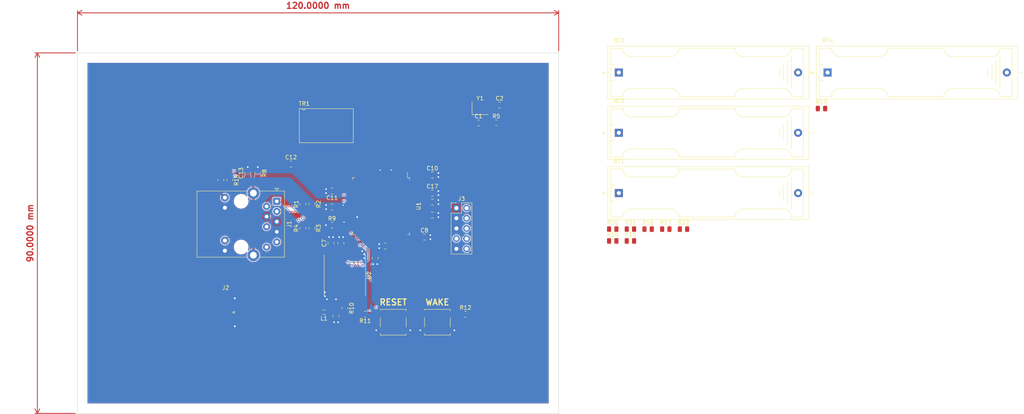
<source format=kicad_pcb>
(kicad_pcb (version 20211014) (generator pcbnew)
  (layers (0 "F.Cu" signal) (31 "B.Cu" signal) (34 "B.Paste" user) (35 "F.Paste" user) (36 "B.SilkS" user "B.Silkscreen") (37 "F.SilkS" user "F.Silkscreen") (38 "B.Mask" user) (39 "F.Mask" user) (44 "Edge.Cuts" user))
  (net 0 "")
  (net 1 "Net-(J1-Pad1)")
  (net 2 "Net-(J1-Pad2)")
  (net 3 "Net-(J1-Pad3)")
  (net 4 "+3V3")
  (net 5 "Net-(J1-Pad6)")
  (net 6 "GND")
  (net 55 "Net-(J3-Pad2)")
  (net 56 "gPPS")
  (net 57 "gTX")
  (net 58 "gRX")
  (net 61 "Net-(U1-Pad88)")
  (net 62 "Net-(C13-Pad1)")
  (net 63 "Net-(C15-Pad1)")
  (net 64 "Net-(J2-Pad1)")
  (net 65 "Net-(C14-Pad1)")
  (net 66 "Net-(J3-Pad4)")
  (net 67 "Net-(J3-Pad6)")
  (net 68 "Net-(U1-Pad74)")
  (net 69 "Net-(U1-Pad73)")
  (net 70 "Net-(J3-Pad8)")
  (net 71 "ePPS")
  (net 73 "Net-(R9-Pad2)")
  (net 74 "~{RST}")
  (net 75 "~{WAKE}")
  (net 76 "Net-(R10-Pad1)")
  (net 77 "Net-(J1-Pad11)")
  (net 78 "Net-(J1-Pad13)")
  (net 79 "ETH_LED0")
  (net 80 "ETH_LED1")
  (net 87 "Net-(BT1-Pad1)")
  (net 88 "Net-(BT2-Pad1)")
  (net 89 "Net-(BT3-Pad1)")
  (net 90 "Net-(BT4-Pad1)")
  (net 91 "Net-(C2-Pad2)")
  (net 92 "Net-(U1-Pad89)")
  (net 93 "Net-(U1-Pad15)")
  (net 94 "Net-(U1-Pad14)")
  (net 95 "Net-(U1-Pad13)")
  (net 96 "Net-(U1-Pad12)")
  (footprint "Capacitor_SMD:C_0805_2012Metric" (layer "F.Cu") (at 138.5 87.25)
    (fp_text reference "C16" hide)
    (fp_text value "100n" hide)
  )
  (footprint "Connector_Coaxial:SMA_Molex_73251-2120_EdgeMount_Horizontal" (layer "F.Cu") (at 86.25 114.7575 180)
    (fp_text reference "J2")
    (fp_text value "Conn_Coaxial")
  )
  (footprint "Resistor_SMD:R_0805_2012Metric" (layer "F.Cu") (at 106.215 93.7575 90)
    (fp_text reference "R4")
    (fp_text value "49.9" hide)
  )
  (footprint "Resistor_SMD:R_0805_2012Metric" (layer "F.Cu") (at 154.43 67.47)
    (fp_text reference "R5")
    (fp_text value "2k")
  )
  (footprint "Resistor_SMD:R_0805_2012Metric" (layer "F.Cu") (at 201.12 94)
    (fp_text reference "R22")
    (fp_text value "330k")
  )
  (footprint "Capacitor_SMD:C_0805_2012Metric" (layer "F.Cu") (at 150 67.5)
    (fp_text reference "C1")
    (fp_text value "12p")
  )
  (footprint "Button_Switch_SMD:SW_Push_1P1T_NO_CK_KSC7xxJ" (layer "F.Cu") (at 139.75 117.25 180)
    (fp_text reference "SW2" hide)
    (fp_text value "KSC701" hide)
  )
  (footprint "Capacitor_SMD:C_0805_2012Metric" (layer "F.Cu") (at 138.5 90.5)
    (fp_text reference "C9" hide)
    (fp_text value "100n")
  )
  (footprint "Inductor_SMD:L_0805_2012Metric" (layer "F.Cu") (at 111.465 114.7575 180)
    (fp_text reference "L1")
    (fp_text value "27n")
  )
  (footprint "Resistor_SMD:R_0805_2012Metric" (layer "F.Cu") (at 183.48 96.95)
    (fp_text reference "R18")
    (fp_text value "110k")
  )
  (footprint "Capacitor_SMD:C_0805_2012Metric" (layer "F.Cu") (at 124.25 101.25 -90)
    (fp_text reference "C4" hide)
    (fp_text value "100n" hide)
  )
  (footprint "Resistor_SMD:R_0805_2012Metric" (layer "F.Cu") (at 106.215 87.7575 90)
    (fp_text reference "R1")
    (fp_text value "49.9" hide)
  )
  (footprint "Battery:BatteryHolder_Keystone_2466_1xAAA" (layer "F.Cu") (at 185 85)
    (fp_text reference "BT1")
    (fp_text value "NiMH")
  )
  (footprint "Resistor_SMD:R_0805_2012Metric" (layer "F.Cu") (at 121.75 115.25 180)
    (fp_text reference "R11")
    (fp_text value "10k")
  )
  (footprint "Resistor_SMD:R_0805_2012Metric" (layer "F.Cu") (at 187.89 96.95)
    (fp_text reference "R15")
    (fp_text value "110k")
  )
  (footprint "Battery:BatteryHolder_Keystone_2466_1xAAA" (layer "F.Cu") (at 185 54.9)
    (fp_text reference "BT2")
    (fp_text value "NiMH")
  )
  (footprint "Capacitor_SMD:C_0805_2012Metric" (layer "F.Cu") (at 138.5 80.5)
    (fp_text reference "C10")
    (fp_text value "100n" hide)
  )
  (footprint "Resistor_SMD:R_0805_2012Metric" (layer "F.Cu") (at 146.75 115.25)
    (fp_text reference "R12")
    (fp_text value "10k")
  )
  (footprint "Resistor_SMD:R_0805_2012Metric" (layer "F.Cu") (at 108.465 87.7575 -90)
    (fp_text reference "R2")
    (fp_text value "49.9" hide)
  )
  (footprint "Resistor_SMD:R_0805_2012Metric" (layer "F.Cu") (at 88 81.75 -90)
    (fp_text reference "R14")
    (fp_text value "330" hide)
  )
  (footprint "Capacitor_SMD:C_0805_2012Metric" (layer "F.Cu") (at 136.5 96)
    (fp_text reference "C8")
    (fp_text value "100n")
  )
  (footprint "Transformer_SMD:Transformer_Wuerth_750315371" (layer "F.Cu") (at 112.055 68.175)
    (fp_text reference "TR1")
    (fp_text value "Wuerth_750315371")
  )
  (footprint "Crystal:Crystal_SMD_3225-4Pin_3.2x2.5mm" (layer "F.Cu") (at 150.4 63.77)
    (fp_text reference "Y1")
    (fp_text value "NX3225GA-25.000M-STD-CRG-2")
  )
  (footprint "Resistor_SMD:R_0805_2012Metric" (layer "F.Cu") (at 196.71 94)
    (fp_text reference "R17")
    (fp_text value "110k")
  )
  (footprint "Resistor_SMD:R_0805_2012Metric" (layer "F.Cu") (at 183.48 94)
    (fp_text reference "R20")
    (fp_text value "330k")
  )
  (footprint "Resistor_SMD:R_0805_2012Metric" (layer "F.Cu") (at 108.465 93.7575 -90)
    (fp_text reference "R3")
    (fp_text value "49.9" hide)
  )
  (footprint "Capacitor_SMD:C_0805_2012Metric" (layer "F.Cu") (at 113.215 97.5075 90)
    (fp_text reference "C7")
    (fp_text value "100n" hide)
  )
  (footprint "Connector_RJ:RJ45_Abracon_ARJP11A-MA_Horizontal" (layer "F.Cu") (at 99.71 87.0475 -90)
    (fp_text reference "J1")
    (fp_text value "RJ45_Abracon_ARJP11A-MASA-B-A-EMU2")
  )
  (footprint "Resistor_SMD:R_0805_2012Metric" (layer "F.Cu") (at 113.465 93.0075)
    (fp_text reference "R9")
    (fp_text value "4.87k")
  )
  (footprint "Button_Switch_SMD:SW_Push_1P1T_NO_CK_KSC7xxJ" (layer "F.Cu") (at 128.75 117.25 180)
    (fp_text reference "SW1" hide)
    (fp_text value "KSC701" hide)
  )
  (footprint "Capacitor_SMD:C_0805_2012Metric" (layer "F.Cu") (at 115.715 97.5075 90)
    (fp_text reference "C5" hide)
    (fp_text value "100n")
  )
  (footprint "Capacitor_SMD:C_0805_2012Metric" (layer "F.Cu") (at 103.25 77.74)
    (fp_text reference "C12")
    (fp_text value "100n")
  )
  (footprint "Capacitor_SMD:C_0805_2012Metric" (layer "F.Cu") (at 126.75 98.25 180)
    (fp_text reference "C15" hide)
    (fp_text value "100n" hide)
  )
  (footprint "Resistor_SMD:R_0805_2012Metric" (layer "F.Cu") (at 187.89 94)
    (fp_text reference "R21")
    (fp_text value "330k")
  )
  (footprint "Capacitor_SMD:C_0805_2012Metric" (layer "F.Cu") (at 113.5 84.5 180)
    (fp_text reference "C11")
    (fp_text value "100n" hide)
  )
  (footprint "Package_QFP:LQFP-128_14x14mm_P0.4mm" (layer "F.Cu") (at 125.715 88.2575 -90)
    (fp_text reference "U1")
    (fp_text value "MSP432E401Y" hide)
  )
  (footprint "Connector_PinHeader_2.54mm:PinHeader_2x05_P2.54mm_Vertical" (layer "F.Cu") (at 144.5 88.75)
    (fp_text reference "J3")
    (fp_text value "JTAG")
  )
  (footprint "Resistor_SMD:R_0805_2012Metric" (layer "F.Cu") (at 192.3 94)
    (fp_text reference "R16")
    (fp_text value "110k")
  )
  (footprint "RF_GPS:ublox_MAX" (layer "F.Cu") (at 116.665 105.5075 -90)
    (fp_text reference "U2")
    (fp_text value "MAX-8Q")
  )
  (footprint "Capacitor_SMD:C_0805_2012Metric" (layer "F.Cu") (at 138.5 85)
    (fp_text reference "C17")
    (fp_text value "2.7u" hide)
  )
  (footprint "Resistor_SMD:R_0805_2012Metric" (layer "F.Cu") (at 94.965 80.0075 -90)
    (fp_text reference "R8")
    (fp_text value "1M" hide)
  )
  (footprint "Battery:BatteryHolder_Keystone_2466_1xAAA" (layer "F.Cu") (at 185 69.95)
    (fp_text reference "BT3")
    (fp_text value "NiMH")
  )
  (footprint "Capacitor_SMD:C_0805_2012Metric" (layer "F.Cu") (at 114.465 115.7575 -90)
    (fp_text reference "C14" hide)
    (fp_text value "10n" hide)
  )
  (footprint "Capacitor_SMD:C_0805_2012Metric" (layer "F.Cu") (at 155.25 63.05)
    (fp_text reference "C2")
    (fp_text value "12p")
  )
  (footprint "Capacitor_SMD:C_0805_2012Metric" (layer "F.Cu") (at 92.465 80.0075 90)
    (fp_text reference "C13")
    (fp_text value "4.7n" hide)
  )
  (footprint "Battery:BatteryHolder_Keystone_2466_1xAAA" (layer "F.Cu") (at 237.05 54.9)
    (fp_text reference "BT4")
    (fp_text value "NiMH")
  )
  (footprint "Resistor_SMD:R_0805_2012Metric" (layer "F.Cu") (at 235.53 63.9)
    (fp_text reference "R19")
    (fp_text value "330k")
  )
  (footprint "Resistor_SMD:R_0805_2012Metric" (layer "F.Cu") (at 116.715 113.7575 -90)
    (fp_text reference "R10")
    (fp_text value "10" hide)
  )
  (footprint "Capacitor_SMD:C_0805_2012Metric" (layer "F.Cu") (at 113.5 88.5 180)
    (fp_text reference "C6" hide)
    (fp_text value "100n" hide)
  )
  (footprint "Resistor_SMD:R_0805_2012Metric" (layer "F.Cu") (at 85.75 81.75 -90)
    (fp_text reference "R13" hide)
    (fp_text value "330")
  )
  (gr_line (start 50 50) (end 170 50) (layer "Edge.Cuts") (width 0.1))
  (gr_line (start 170 140) (end 50 140) (layer "Edge.Cuts") (width 0.1))
  (gr_line (start 170 50) (end 170 140) (layer "Edge.Cuts") (width 0.1))
  (gr_line (start 50 140) (end 50 50) (layer "Edge.Cuts") (width 0.1))
  (gr_text "RESET" (at 128.75 112.25) (layer "F.SilkS") (effects (font (size 1.5 1.5) (thickness 0.3))))
  (gr_text "WAKE" (at 139.75 112.25) (layer "F.SilkS") (effects (font (size 1.5 1.5) (thickness 0.3))))
  (dimension (type aligned) (layer "F.Cu") (pts (xy 50 50) (xy 170 50)) (height -10) (gr_text "120.0000 mm" (at 110 38.2) (layer "F.Cu") (effects (font (size 1.5 1.5) (thickness 0.3)))) (format (units 3) (units_format 1) (precision 4)) (style (thickness 0.2) (arrow_length 1.27) (text_position_mode 0) (extension_height 0.58642) (extension_offset 0.5) keep_text_aligned))
  (dimension (type aligned) (layer "F.Cu") (pts (xy 50 50) (xy 50 140)) (height 10) (gr_text "90.0000 mm" (at 38.2 95 90) (layer "F.Cu") (effects (font (size 1.5 1.5) (thickness 0.3)))) (format (units 3) (units_format 1) (precision 4)) (style (thickness 0.2) (arrow_length 1.27) (text_position_mode 0) (extension_height 0.58642) (extension_offset 0.5) keep_text_aligned))
  (segment (start 109.00848 93.7575) (end 107.1275 93.7575) (width 0.1524) (layer "F.Cu") (net 1))
  (segment (start 118.0525 91.6575) (end 111.10848 91.6575) (width 0.1524) (layer "F.Cu") (net 1))
  (segment (start 106.215 92.7575) (end 105.215 91.7575) (width 0.1524) (layer "F.Cu") (net 1))
  (segment (start 107.1275 93.7575) (end 106.215 92.845) (width 0.1524) (layer "F.Cu") (net 1))
  (segment (start 106.215 92.845) (end 106.215 92.7575) (width 0.1524) (layer "F.Cu") (net 1))
  (segment (start 111.10848 91.6575) (end 109.00848 93.7575) (width 0.1524) (layer "F.Cu") (net 1))
  (via (at 105.215 91.7575) (size 0.8) (drill 0.4) (layers "F.Cu" "B.Cu") (net 1))
  (segment (start 100.505 87.0475) (end 105.215 91.7575) (width 0.1524) (layer "B.Cu") (net 1))
  (segment (start 99.71 87.0475) (end 100.505 87.0475) (width 0.1524) (layer "B.Cu") (net 1))
  (segment (start 107.8025 92.845) (end 106.215 91.2575) (width 0.1524) (layer "F.Cu") (net 2))
  (segment (start 110.0525 91.2575) (end 108.465 92.845) (width 0.1524) (layer "F.Cu") (net 2))
  (segment (start 118.0525 91.2575) (end 110.0525 91.2575) (width 0.1524) (layer "F.Cu") (net 2))
  (segment (start 108.465 92.845) (end 107.8025 92.845) (width 0.1524) (layer "F.Cu") (net 2))
  (via (at 106.215 91.2575) (size 0.8) (drill 0.4) (layers "F.Cu" "B.Cu") (net 2))
  (segment (start 100.829289 85.871789) (end 106.215 91.2575) (width 0.1524) (layer "B.Cu") (net 2))
  (segment (start 98.342919 85.871789) (end 100.829289 85.871789) (width 0.1524) (layer "B.Cu") (net 2))
  (segment (start 97.17 88.3175) (end 97.17 87.044708) (width 0.1524) (layer "B.Cu") (net 2))
  (segment (start 97.17 87.044708) (end 98.342919 85.871789) (width 0.1524) (layer "B.Cu") (net 2))
  (segment (start 110.2525 90.4575) (end 108.465 88.67) (width 0.1524) (layer "F.Cu") (net 3))
  (segment (start 108.465 88.67) (end 107.5475 89.5875) (width 0.1524) (layer "F.Cu") (net 3))
  (segment (start 118.0525 90.4575) (end 110.2525 90.4575) (width 0.1524) (layer "F.Cu") (net 3))
  (segment (start 107.5475 89.5875) (end 99.71 89.5875) (width 0.1524) (layer "F.Cu") (net 3))
  (segment (start 125.115 95.92) (end 125.09072 95.94428) (width 0.1524) (layer "F.Cu") (net 4))
  (segment (start 98.345711 92.221789) (end 97.17 93.3975) (width 0.1524) (layer "F.Cu") (net 5))
  (segment (start 105.956789 88.411789) (end 99.060711 88.411789) (width 0.1524) (layer "F.Cu") (net 5))
  (segment (start 109.00848 87.7575) (end 107.1275 87.7575) (width 0.1524) (layer "F.Cu") (net 5))
  (segment (start 118.0525 90.0575) (end 111.30848 90.0575) (width 0.1524) (layer "F.Cu") (net 5))
  (segment (start 99.060711 88.411789) (end 98.345711 89.126789) (width 0.1524) (layer "F.Cu") (net 5))
  (segment (start 111.30848 90.0575) (end 109.00848 87.7575) (width 0.1524) (layer "F.Cu") (net 5))
  (segment (start 106.215 88.67) (end 105.956789 88.411789) (width 0.1524) (layer "F.Cu") (net 5))
  (segment (start 107.1275 87.7575) (end 106.215 88.67) (width 0.1524) (layer "F.Cu") (net 5))
  (segment (start 98.345711 89.126789) (end 98.345711 92.221789) (width 0.1524) (layer "F.Cu") (net 5))
  (segment (start 121 99.5) (end 121 100.6925) (width 0.508) (layer "F.Cu") (net 6))
  (segment (start 121 100.6925) (end 121.065 100.7575) (width 0.508) (layer "F.Cu") (net 6))
  (segment (start 112.265 110.2575) (end 112.265 111.4575) (width 0.508) (layer "F.Cu") (net 6))
  (segment (start 116.3075 88.0575) (end 116.25 88) (width 0.1524) (layer "F.Cu") (net 6))
  (segment (start 128.315 80.595) (end 128.315 79.315) (width 0.1524) (layer "F.Cu") (net 6))
  (segment (start 114.465 110.2575) (end 114.465 111.5075) (width 0.508) (layer "F.Cu") (net 6))
  (segment (start 125.515 95.92) (end 125.515 97.485) (width 0.1524) (layer "F.Cu") (net 6))
  (segment (start 134.9075 87.6575) (end 135 87.75) (width 0.1524) (layer "F.Cu") (net 6))
  (segment (start 119.1075 90.8575) (end 119.25 91) (width 0.508) (layer "F.Cu") (net 6))
  (segment (start 125.515 97.485) (end 125.25 97.75) (width 0.1524) (layer "F.Cu") (net 6))
  (segment (start 118.0525 92.0575) (end 116.665 92.0575) (width 0.1524) (layer "F.Cu") (net 6))
  (segment (start 119.25 91) (end 119.75 91) (width 0.508) (layer "F.Cu") (net 6))
  (segment (start 121.065 100.7575) (end 121.165 100.7575) (width 0.508) (layer "F.Cu") (net 6))
  (segment (start 118.0525 90.8575) (end 119.1075 90.8575) (width 0.1524) (layer "F.Cu") (net 6))
  (segment (start 128.315 79.315) (end 128.25 79.25) (width 0.1524) (layer "F.Cu") (net 6))
  (segment (start 112.265 110.2575) (end 112.215 110.2575) (width 0.508) (layer "F.Cu") (net 6))
  (segment (start 116.665 92.0575) (end 116.465 92.2575) (width 0.1524) (layer "F.Cu") (net 6))
  (segment (start 125.515 80.595) (end 125.515 79.265) (width 0.1524) (layer "F.Cu") (net 6))
  (segment (start 133.3775 87.6575) (end 134.9075 87.6575) (width 0.1524) (layer "F.Cu") (net 6))
  (segment (start 118.0525 88.0575) (end 116.3075 88.0575) (width 0.1524) (layer "F.Cu") (net 6))
  (segment (start 125.515 79.265) (end 125.5 79.25) (width 0.1524) (layer "F.Cu") (net 6))
  (segment (start 112.265 111.4575) (end 112.215 111.5075) (width 0.508) (layer "F.Cu") (net 6))
  (via (at 140 90) (size 0.8) (drill 0.4) (layers "F.Cu" "B.Cu") (net 6))
  (via (at 112 88) (size 0.8) (drill 0.4) (layers "F.Cu" "B.Cu") (net 6))
  (via (at 115.25 96) (size 0.8) (drill 0.4) (layers "F.Cu" "B.Cu") (net 6))
  (via (at 111.965 93.0075) (size 0.8) (drill 0.4) (layers "F.Cu" "B.Cu") (net 6))
  (via (at 92.465 78.5075) (size 0.8) (drill 0.4) (layers "F.Cu" "B.Cu") (net 6))
  (via (at 128.25 79.25) (size 0.6) (drill 0.3) (layers "F.Cu" "B.Cu") (net 6))
  (via (at 121.5 101.25) (size 0.8) (drill 0.4) (layers "F.Cu" "B.Cu") (net 6))
  (via (at 111.715 109.7575) (size 0.8) (drill 0.4) (layers "F.Cu" "B.Cu") (net 6))
  (via (at 119.75 91) (size 0.8) (drill 0.4) (layers "F.Cu" "B.Cu") (net 6))
  (via (at 124.5 119.25) (size 0.8) (drill 0.4) (layers "F.Cu" "B.Cu") (net 6))
  (via (at 138 95.5) (size 0.8) (drill 0.4) (layers "F.Cu" "B.Cu") (net 6))
  (via (at 112 85) (size 0.8) (drill 0.4) (layers "F.Cu" "B.Cu") (net 6))
  (via (at 140 81) (size 0.8) (drill 0.4) (layers "F.Cu" "B.Cu") (net 6))
  (via (at 94.965 78.5075) (size 0.8) (drill 0.4) (layers "F.Cu" "B.Cu") (net 6))
  (via (at 125.25 97.75) (size 0.8) (drill 0.4) (layers "F.Cu" "B.Cu") (net 6))
  (via (at 115 117.25) (size 0.8) (drill 0.4) (layers "F.Cu" "B.Cu") (net 6))
  (via (at 133 119.25) (size 0.8) (drill 0.4) (layers "F.Cu" "B.Cu") (net 6))
  (via (at 116.465 92.2575) (size 0.6) (drill 0.3) (layers "F.Cu" "B.Cu") (net 6))
  (via (at 114 117.25) (size 0.8) (drill 0.4) (layers "F.Cu" "B.Cu") (net 6))
  (via (at 114.465 111.5075) (size 0.8) (drill 0.4) (layers "F.Cu" "B.Cu") (net 6))
  (via (at 112.215 111.5075) (size 0.8) (drill 0.4) (layers "F.Cu" "B.Cu") (net 6))
  (via (at 123.75 102.7425) (size 0.8) (drill 0.4) (layers "F.Cu" "B.Cu") (net 6))
  (via (at 112.75 96) (size 0.8) (drill 0.4) (layers "F.Cu" "B.Cu") (net 6))
  (via (at 140 87.75) (size 0.8) (drill 0.4) (layers "F.Cu" "B.Cu") (net 6))
  (via (at 112 84) (size 0.8) (drill 0.4) (layers "F.Cu" "B.Cu") (net 6))
  (via (at 121.5 100.25) (size 0.8) (drill 0.4) (layers "F.Cu" "B.Cu") (net 6))
  (via (at 135 87.75) (size 0.6) (drill 0.3) (layers "F.Cu" "B.Cu") (net 6))
  (via (at 125.25 98.75) (size 0.8) (drill 0.4) (layers "F.Cu" "B.Cu") (net 6))
  (via (at 111.715 110.7575) (size 0.8) (drill 0.4) (layers "F.Cu" "B.Cu") (net 6))
  (via (at 121 99.5) (size 0.8) (drill 0.4) (layers "F.Cu" "B.Cu") (net 6))
  (via (at 140 91) (size 0.8) (drill 0.4) (layers "F.Cu" "B.Cu") (net 6))
  (via (at 138 96.5) (size 0.8) (drill 0.4) (layers "F.Cu" "B.Cu") (net 6))
  (via (at 140 86.75) (size 0.8) (drill 0.4) (layers "F.Cu" "B.Cu") (net 6))
  (via (at 140 80) (size 0.8) (drill 0.4) (layers "F.Cu" "B.Cu") (net 6))
  (via (at 124.75 102.7425) (size 0.8) (drill 0.4) (layers "F.Cu" "B.Cu") (net 6))
  (via (at 135.5 119.25) (size 0.8) (drill 0.4) (layers "F.Cu" "B.Cu") (net 6))
  (via (at 125.5 79.25) (size 0.6) (drill 0.3) (layers "F.Cu" "B.Cu") (net 6))
  (via (at 112 89) (size 0.8) (drill 0.4) (layers "F.Cu" "B.Cu") (net 6))
  (via (at 140 84.5) (size 0.8) (drill 0.4) (layers "F.Cu" "B.Cu") (net 6))
  (via (at 140 85.5) (size 0.8) (drill 0.4) (layers "F.Cu" "B.Cu") (net 6))
  (via (at 116.25 88) (size 0.6) (drill 0.3) (layers "F.Cu" "B.Cu") (net 6))
  (via (at 116.25 96) (size 0.8) (drill 0.4) (layers "F.Cu" "B.Cu") (net 6))
  (via (at 144 119.25) (size 0.8) (drill 0.4) (layers "F.Cu" "B.Cu") (net 6))
  (via (at 113.75 96) (size 0.8) (drill 0.4) (layers "F.Cu" "B.Cu") (net 6))
  (segment (start 147.493786 92.428211) (end 148.165711 91.756286) (width 0.1524) (layer "F.Cu") (net 55))
  (segment (start 148.165711 89.875711) (end 147.04 88.75) (width 0.1524) (layer "F.Cu") (net 55))
  (segment (start 148.165711 91.756286) (end 148.165711 89.875711) (width 0.1524) (layer "F.Cu") (net 55))
  (segment (start 133.3775 93.6575) (end 143.043003 93.6575) (width 0.1524) (layer "F.Cu") (net 55))
  (segment (start 143.043003 93.6575) (end 144.272292 92.428211) (width 0.1524) (layer "F.Cu") (net 55))
  (segment (start 144.272292 92.428211) (end 147.493786 92.428211) (width 0.1524) (layer "F.Cu") (net 55))
  (segment (start 120.209399 99.2575) (end 121.915 97.551899) (width 0.1524) (layer "F.Cu") (net 56))
  (segment (start 121.915 97.551899) (end 121.915 95.92) (width 0.1524) (layer "F.Cu") (net 56))
  (segment (start 117.765 99.7075) (end 118.215 99.2575) (width 0.1524) (layer "F.Cu") (net 56))
  (segment (start 118.215 99.2575) (end 120.209399 99.2575) (width 0.1524) (layer "F.Cu") (net 56))
  (segment (start 117.765 100.7575) (end 117.765 99.7075) (width 0.1524) (layer "F.Cu") (net 56))
  (segment (start 134.465 97.2575) (end 136.715 99.5075) (width 0.1524) (layer "F.Cu") (net 57))
  (segment (start 136.715 99.5075) (end 136.715 106.5075) (width 0.1524) (layer "F.Cu") (net 57))
  (segment (start 132.054363 97.2575) (end 134.465 97.2575) (width 0.1524) (layer "F.Cu") (net 57))
  (segment (start 131.515 95.92) (end 131.515 96.718137) (width 0.1524) (layer "F.Cu") (net 57))
  (segment (start 134.715 108.5075) (end 125.465 108.5075) (width 0.1524) (layer "F.Cu") (net 57))
  (segment (start 119.965 103.0075) (end 119.965 100.7575) (width 0.1524) (layer "F.Cu") (net 57))
  (segment (start 125.465 108.5075) (end 119.965 103.0075) (width 0.1524) (layer "F.Cu") (net 57))
  (segment (start 136.715 106.5075) (end 134.715 108.5075) (width 0.1524) (layer "F.Cu") (net 57))
  (segment (start 131.515 96.718137) (end 132.054363 97.2575) (width 0.1524) (layer "F.Cu") (net 57))
  (segment (start 137.06692 99.36173) (end 137.06692 106.65327) (width 0.1524) (layer "F.Cu") (net 58))
  (segment (start 125.31923 108.85942) (end 118.865 102.40519) (width 0.1524) (layer "F.Cu") (net 58))
  (segment (start 131.915 95.92) (end 131.915 96.620447) (width 0.1524) (layer "F.Cu") (net 58))
  (segment (start 134.86077 108.85942) (end 125.31923 108.85942) (width 0.1524) (layer "F.Cu") (net 58))
  (segment (start 137.06692 106.65327) (end 134.86077 108.85942) (width 0.1524) (layer "F.Cu") (net 58))
  (segment (start 118.865 102.40519) (end 118.865 100.7575) (width 0.1524) (layer "F.Cu") (net 58))
  (segment (start 131.915 96.620447) (end 132.200133 96.90558) (width 0.1524) (layer "F.Cu") (net 58))
  (segment (start 132.200133 96.90558) (end 134.61077 96.90558) (width 0.1524) (layer "F.Cu") (net 58))
  (segment (start 134.61077 96.90558) (end 137.06692 99.36173) (width 0.1524) (layer "F.Cu") (net 58))
  (segment (start 93.87 85.0075) (end 93.87 82.3625) (width 0.508) (layer "F.Cu") (net 62))
  (segment (start 93.87 85.0075) (end 93.87 100.5075) (width 0.508) (layer "F.Cu") (net 62))
  (segment (start 93.87 82.3625) (end 93.87 82.015) (width 0.508) (layer "F.Cu") (net 62))
  (segment (start 93.87 82.015) (end 94.965 80.92) (width 0.508) (layer "F.Cu") (net 62))
  (segment (start 93.87 82.3625) (end 92.465 80.9575) (width 0.508) (layer "F.Cu") (net 62))
  (segment (start 133.3775 87.2575) (end 134.4925 87.2575) (width 0.1524) (layer "F.Cu") (net 63))
  (segment (start 128.315 95.92) (end 128.315 94.685) (width 0.1524) (layer "F.Cu") (net 63))
  (segment (start 137.55 85) (end 137.55 87.25) (width 0.508) (layer "F.Cu") (net 63))
  (segment (start 128.315 91.185) (end 132.25 87.25) (width 0.508) (layer "F.Cu") (net 63))
  (segment (start 137.55 87.25) (end 137.296489 86.996489) (width 0.508) (layer "F.Cu") (net 63))
  (segment (start 134.4925 87.2575) (end 134.75 87) (width 0.1524) (layer "F.Cu") (net 63))
  (segment (start 133.3775 87.2575) (end 132.2575 87.2575) (width 0.1524) (layer "F.Cu") (net 63))
  (segment (start 128.315 97.635) (end 127.7 98.25) (width 0.1524) (layer "F.Cu") (net 63))
  (segment (start 137.296489 86.996489) (end 134.75 86.996489) (width 0.508) (layer "F.Cu") (net 63))
  (segment (start 128.315 94.685) (end 128.315 91.185) (width 0.508) (layer "F.Cu") (net 63))
  (segment (start 128.315 95.92) (end 128.315 97.635) (width 0.1524) (layer "F.Cu") (net 63))
  (segment (start 113.365 111.795) (end 110.4025 114.7575) (width 0.508) (layer "F.Cu") (net 64))
  (segment (start 86.25 114.7575) (end 110.4025 114.7575) (width 2.032) (layer "F.Cu") (net 64))
  (segment (start 113.365 110.2575) (end 113.365 111.795) (width 0.508) (layer "F.Cu") (net 64))
  (segment (start 112.5275 114.7575) (end 114.415 114.7575) (width 0.508) (layer "F.Cu") (net 65))
  (segment (start 116.715 114.67) (end 114.6025 114.67) (width 0.508) (layer "F.Cu") (net 65))
  (segment (start 114.415 114.7575) (end 114.465 114.8075) (width 0.508) (layer "F.Cu") (net 65))
  (segment (start 114.6025 114.67) (end 114.465 114.8075) (width 0.508) (layer "F.Cu") (net 65))
  (segment (start 133.3775 93.2575) (end 140.940503 93.2575) (width 0.1524) (layer "F.Cu") (net 66))
  (segment (start 144.033714 90.164289) (end 145.914289 90.164289) (width 0.1524) (layer "F.Cu") (net 66))
  (segment (start 145.914289 90.164289) (end 147.04 91.29) (width 0.1524) (layer "F.Cu") (net 66))
  (segment (start 140.940503 93.2575) (end 144.033714 90.164289) (width 0.1524) (layer "F.Cu") (net 66))
  (segment (start 143.971214 97.495711) (end 147.506286 97.495711) (width 0.1524) (layer "F.Cu") (net 67))
  (segment (start 148.165711 96.836286) (end 148.165711 94.955711) (width 0.1524) (layer "F.Cu") (net 67))
  (segment (start 140.933003 94.4575) (end 143.971214 97.495711) (width 0.1524) (layer "F.Cu") (net 67))
  (segment (start 148.165711 94.955711) (end 147.04 93.83) (width 0.1524) (layer "F.Cu") (net 67))
  (segment (start 133.3775 94.4575) (end 140.933003 94.4575) (width 0.1524) (layer "F.Cu") (net 67))
  (segment (start 147.506286 97.495711) (end 148.165711 96.836286) (width 0.1524) (layer "F.Cu") (net 67))
  (segment (start 123.115 95.92) (end 123.115 98.412631) (width 0.1524) (layer "F.Cu") (net 68))
  (segment (start 121.368291 103.0075) (end 121.215 103.0075) (width 0.1524) (layer "F.Cu") (net 68))
  (segment (start 121.24019 103.0075) (end 121.215 103.0075) (width 0.1524) (layer "F.Cu") (net 68))
  (segment (start 122.527631 99) (end 122.527631 101.720059) (width 0.1524) (layer "F.Cu") (net 68))
  (segment (start 113.715 103.0075) (end 112.265 101.5575) (width 0.1524) (layer "F.Cu") (net 68))
  (segment (start 123.115 98.412631) (end 122.527631 99) (width 0.1524) (layer "F.Cu") (net 68))
  (segment (start 118.465 103.0075) (end 113.715 103.0075) (width 0.1524) (layer "F.Cu") (net 68))
  (segment (start 122.527631 101.720059) (end 121.24019 103.0075) (width 0.1524) (layer "F.Cu") (net 68))
  (segment (start 112.265 101.5575) (end 112.265 100.7575) (width 0.1524) (layer "F.Cu") (net 68))
  (via (at 121.215 103.0075) (size 0.6) (drill 0.3) (layers "F.Cu" "B.Cu") (net 68))
  (via (at 118.465 103.0075) (size 0.6) (drill 0.3) (layers "F.Cu" "B.Cu") (net 68))
  (segment (start 121.215 103.0075) (end 118.465 103.0075) (width 0.1524) (layer "B.Cu") (net 68))
  (segment (start 121.4925 102.2575) (end 120.715 102.2575) (width 0.1524) (layer "F.Cu") (net 69))
  (segment (start 122.715 95.92) (end 122.715 98.285) (width 0.1524) (layer "F.Cu") (net 69))
  (segment (start 116.665 101.4575) (end 117.465 102.2575) (width 0.1524) (layer "F.Cu") (net 69))
  (segment (start 122.175711 98.824289) (end 122.175711 101.574289) (width 0.1524) (layer "F.Cu") (net 69))
  (segment (start 122.175711 101.574289) (end 121.4925 102.2575) (width 0.1524) (layer "F.Cu") (net 69))
  (segment (start 122.715 98.285) (end 122.175711 98.824289) (width 0.1524) (layer "F.Cu") (net 69))
  (segment (start 116.665 100.7575) (end 116.665 101.4575) (width 0.1524) (layer "F.Cu") (net 69))
  (via (at 117.465 102.2575) (size 0.6) (drill 0.3) (layers "F.Cu" "B.Cu") (net 69))
  (via (at 120.715 102.2575) (size 0.6) (drill 0.3) (layers "F.Cu" "B.Cu") (net 69))
  (segment (start 117.465 102.2575) (end 120.715 102.2575) (width 0.1524) (layer "B.Cu") (net 69))
  (segment (start 133.3775 94.0575) (end 142.8075 94.0575) (width 0.1524) (layer "F.Cu") (net 70))
  (segment (start 142.8075 94.0575) (end 143.994289 95.244289) (width 0.1524) (layer "F.Cu") (net 70))
  (segment (start 143.994289 95.244289) (end 145.914289 95.244289) (width 0.1524) (layer "F.Cu") (net 70))
  (segment (start 145.914289 95.244289) (end 147.04 96.37) (width 0.1524) (layer "F.Cu") (net 70))
  (segment (start 122.315 95.92) (end 122.315 91.1075) (width 0.1524) (layer "F.Cu") (net 71))
  (segment (start 122.315 91.1075) (end 119.665 88.4575) (width 0.1524) (layer "F.Cu") (net 71))
  (segment (start 119.665 88.4575) (end 118.0525 88.4575) (width 0.1524) (layer "F.Cu") (net 71))
  (segment (start 116.704363 93.0075) (end 114.3775 93.0075) (width 0.1524) (layer "F.Cu") (net 73))
  (segment (start 118.0525 92.4575) (end 117.254363 92.4575) (width 0.1524) (layer "F.Cu") (net 73))
  (segment (start 117.254363 92.4575) (end 116.704363 93.0075) (width 0.1524) (layer "F.Cu") (net 73))
  (segment (start 149.5 101.5) (end 149.5 116) (width 0.1524) (layer "F.Cu") (net 74))
  (segment (start 149.5 116) (end 148.25 117.25) (width 0.1524) (layer "F.Cu") (net 74))
  (segment (start 148.25 117.25) (end 133.65 117.25) (width 0.1524) (layer "F.Cu") (net 74))
  (segment (start 125.85 115.25) (end 122.6625 115.25) (width 0.1524) (layer "F.Cu") (net 74))
  (segment (start 149.5 101.37) (end 149.5 101.5) (width 0.1524) (layer "F.Cu") (net 74))
  (segment (start 147.04 98.91) (end 149.5 101.37) (width 0.1524) (layer "F.Cu") (net 74))
  (segment (start 133.65 117.25) (end 131.65 115.25) (width 0.1524) (layer "F.Cu") (net 74))
  (segment (start 125.85 115.25) (end 131.65 115.25) (width 0.1524) (layer "F.Cu") (net 74))
  (segment (start 120.75 98) (end 120.5 98) (width 0.1524) (layer "F.Cu") (net 74))
  (segment (start 121.515 97.235) (end 120.75 98) (width 0.1524) (layer "F.Cu") (net 74))
  (segment (start 122.75 115.1625) (end 122.6625 115.25) (width 0.1524) (layer "F.Cu") (net 74))
  (segment (start 121.515 95.92) (end 121.515 97.235) (width 0.1524) (layer "F.Cu") (net 74))
  (via (at 122.75 114.5) (size 0.6) (drill 0.3) (layers "F.Cu" "B.Cu") (net 74))
  (via (at 120.5 98) (size 0.6) (drill 0.3) (layers "F.Cu" "B.Cu") (net 74))
  (segment (start 122.590711 99.72761) (end 122.590711 107.159289) (width 0.1524) (layer "B.Cu") (net 74))
  (segment (start 122.590711 114.340711) (end 122.75 114.5) (width 0.1524) (layer "B.Cu") (net 74))
  (segment (start 120.5 98) (end 120.863101 98) (width 0.1524) (layer "B.Cu") (net 74))
  (segment (start 120.863101 98) (end 122.590711 99.72761) (width 0.1524) (layer "B.Cu") (net 74))
  (segment (start 122.590711 107.159289) (end 122.590711 114.340711) (width 0.1524) (layer "B.Cu") (net 74))
  (segment (start 145.8375 115.25) (end 142.65 115.25) (width 0.1524) (layer "F.Cu") (net 75))
  (segment (start 134.101422 115.25) (end 136.85 115.25) (width 0.1524) (layer "F.Cu") (net 75))
  (segment (start 136.85 115.25) (end 142.65 115.25) (width 0.1524) (layer "F.Cu") (net 75))
  (segment (start 124.5 113.5) (end 132.351422 113.5) (width 0.1524) (layer "F.Cu") (net 75))
  (segment (start 132.351422 113.5) (end 134.101422 115.25) (width 0.1524) (layer "F.Cu") (net 75))
  (segment (start 118.0525 94.8025) (end 118.25 95) (width 0.1524) (layer "F.Cu") (net 75))
  (segment (start 118.0525 94.4575) (end 118.0525 94.8025) (width 0.1524) (layer "F.Cu") (net 75))
  (via (at 124.5 113.5) (size 0.6) (drill 0.3) (layers "F.Cu" "B.Cu") (net 75))
  (via (at 118.25 95) (size 0.6) (drill 0.3) (layers "F.Cu" "B.Cu") (net 75))
  (segment (start 123 112) (end 124.5 113.5) (width 0.1524) (layer "B.Cu") (net 75))
  (segment (start 118.360791 95) (end 118.25 95) (width 0.1524) (layer "B.Cu") (net 75))
  (segment (start 123 99.639209) (end 123 112) (width 0.1524) (layer "B.Cu") (net 75))
  (segment (start 123 99.639209) (end 118.360791 95) (width 0.1524) (layer "B.Cu") (net 75))
  (segment (start 116.665 112.795) (end 116.715 112.845) (width 0.508) (layer "F.Cu") (net 76))
  (segment (start 116.665 110.2575) (end 116.665 112.795) (width 0.508) (layer "F.Cu") (net 76))
  (segment (start 85.75 82.6625) (end 85.75 85.1175) (width 0.508) (layer "F.Cu") (net 77))
  (segment (start 85.75 85.1175) (end 86.76 86.1275) (width 0.508) (layer "F.Cu") (net 77))
  (segment (start 88.086511 82.749011) (end 88.086511 95.520989) (width 0.254) (layer "F.Cu") (net 78))
  (segment (start 88.086511 95.520989) (end 86.76 96.8475) (width 0.254) (layer "F.Cu") (net 78))
  (segment (start 88 82.6625) (end 88.086511 82.749011) (width 0.254) (layer "F.Cu") (net 78))
  (segment (start 87.0875 79.5) (end 89 79.5) (width 0.1524) (layer "F.Cu") (net 79))
  (segment (start 85.75 80.8375) (end 87.0875 79.5) (width 0.1524) (layer "F.Cu") (net 79))
  (segment (start 116.6575 85.6575) (end 118.0525 85.6575) (width 0.1524) (layer "F.Cu") (net 79))
  (segment (start 116.5 85.5) (end 116.6575 85.6575) (width 0.1524) (layer "F.Cu") (net 79))
  (via (at 116.5 85.5) (size 0.6) (drill 0.3) (layers "F.Cu" "B.Cu") (net 79))
  (via (at 89 79.5) (size 0.6) (drill 0.3) (layers "F.Cu" "B.Cu") (net 79))
  (segment (start 103.39577 80.39808) (end 89.89808 80.39808) (width 0.1524) (layer "B.Cu") (net 79))
  (segment (start 115.85192 86.64808) (end 116.5 86) (width 0.1524) (layer "B.Cu") (net 79))
  (segment (start 109.64577 86.64808) (end 103.39577 80.39808) (width 0.1524) (layer "B.Cu") (net 79))
  (segment (start 115.85192 86.64808) (end 109.64577 86.64808) (width 0.1524) (layer "B.Cu") (net 79))
  (segment (start 116.5 86) (end 116.5 85.5) (width 0.1524) (layer "B.Cu") (net 79))
  (segment (start 89.89808 80.39808) (end 89 79.5) (width 0.1524) (layer "B.Cu") (net 79))
  (segment (start 88 80.8375) (end 89.1625 80.8375) (width 0.1524) (layer "F.Cu") (net 80))
  (segment (start 116.7575 87.2575) (end 116.5 87) (width 0.1524) (layer "F.Cu") (net 80))
  (segment (start 118.0525 87.2575) (end 116.7575 87.2575) (width 0.1524) (layer "F.Cu") (net 80))
  (segment (start 89.1625 80.8375) (end 89.25 80.75) (width 0.1524) (layer "F.Cu") (net 80))
  (via (at 116.5 87) (size 0.6) (drill 0.3) (layers "F.Cu" "B.Cu") (net 80))
  (via (at 89.25 80.75) (size 0.6) (drill 0.3) (layers "F.Cu" "B.Cu") (net 80))
  (segment (start 109.5 87) (end 103.25 80.75) (width 0.1524) (layer "B.Cu") (net 80))
  (segment (start 103.25 80.75) (end 89.25 80.75) (width 0.1524) (layer "B.Cu") (net 80))
  (segment (start 116.5 87) (end 109.5 87) (width 0.1524) (layer "B.Cu") (net 80))
  (zone (net 4) (net_name "+3V3") (layer "F.Cu") (connect_pads yes (clearance 0.1524)) (min_thickness 0.1524) (fill yes (thermal_gap 0.508) (thermal_bridge_width 0.508))
    (polygon (pts (xy 167.5 137.5) (xy 52.5 137.5) (xy 52.5 52.5) (xy 167.5 52.5)))
  )
  (zone (net 6) (net_name "GND") (layer "B.Cu") (connect_pads yes (clearance 0.1524)) (min_thickness 0.1524) (fill yes (thermal_gap 0.508) (thermal_bridge_width 0.508))
    (polygon (pts (xy 167.5 137.5) (xy 52.5 137.5) (xy 52.5 52.5) (xy 167.5 52.5)))
  )
)
</source>
